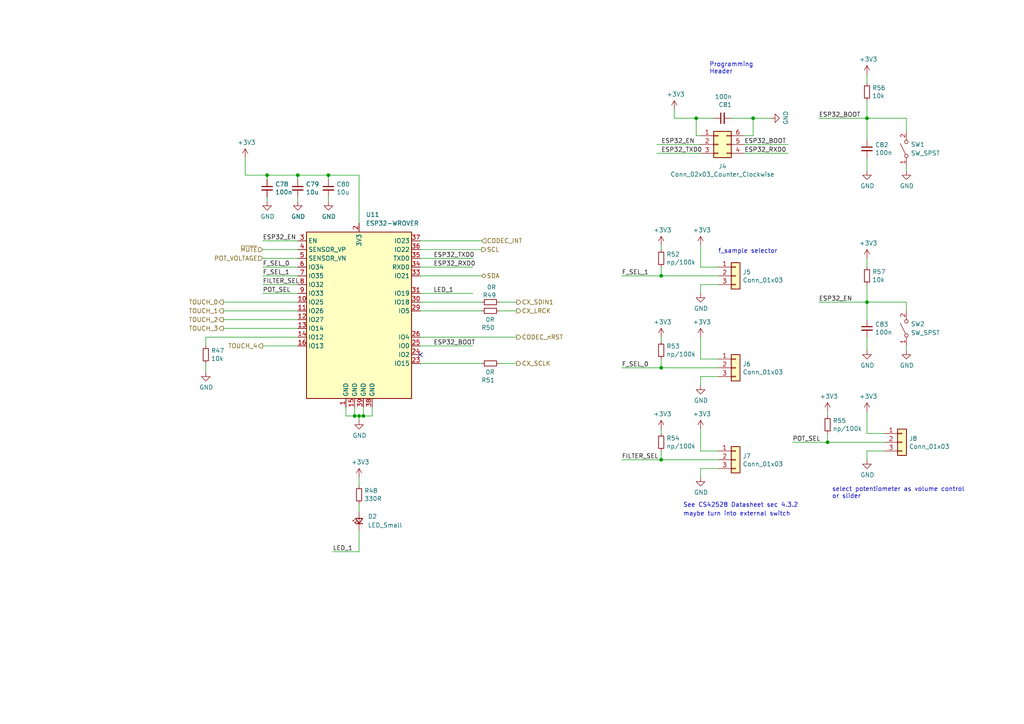
<source format=kicad_sch>
(kicad_sch (version 20230121) (generator eeschema)
  (paper "A4")
  (lib_symbols
    (symbol "Connector_Generic:Conn_01x03" (pin_names (offset 1.016) hide)
      (property "Reference" "J" (at 0 5.08 0))
      (property "Value" "Conn_01x03" (at 0 -5.08 0))
      (symbol "Conn_01x03_1_1"
        (rectangle (start -1.27 -2.413) (end 0 -2.667) (stroke (width 0.1524)))
        (rectangle (start -1.27 0.127) (end 0 -0.127) (stroke (width 0.1524)))
        (rectangle (start -1.27 2.667) (end 0 2.413) (stroke (width 0.1524)))
        (rectangle (start -1.27 3.81) (end 1.27 -3.81) (stroke (width 0.254)) (fill (type background)))
        (pin passive line (at -5.08 2.54 0) (length 3.81) (name "Pin_1") (number "1"))
        (pin passive line (at -5.08 0 0) (length 3.81) (name "Pin_2") (number "2"))
        (pin passive line (at -5.08 -2.54 0) (length 3.81) (name "Pin_3") (number "3"))
      )
    )
    (symbol "Connector_Generic:Conn_02x03_Counter_Clockwise" (pin_names (offset 1.016) hide)
      (property "Reference" "J" (at 1.27 5.08 0))
      (property "Value" "Conn_02x03_Counter_Clockwise" (at 1.27 -5.08 0))
      (symbol "Conn_02x03_Counter_Clockwise_1_1"
        (rectangle (start -1.27 -2.413) (end 0 -2.667) (stroke (width 0.1524)))
        (rectangle (start -1.27 0.127) (end 0 -0.127) (stroke (width 0.1524)))
        (rectangle (start -1.27 2.667) (end 0 2.413) (stroke (width 0.1524)))
        (rectangle (start -1.27 3.81) (end 3.81 -3.81) (stroke (width 0.254)) (fill (type background)))
        (rectangle (start 3.81 -2.413) (end 2.54 -2.667) (stroke (width 0.1524)))
        (rectangle (start 3.81 0.127) (end 2.54 -0.127) (stroke (width 0.1524)))
        (rectangle (start 3.81 2.667) (end 2.54 2.413) (stroke (width 0.1524)))
        (pin passive line (at -5.08 2.54 0) (length 3.81) (name "Pin_1") (number "1"))
        (pin passive line (at -5.08 0 0) (length 3.81) (name "Pin_2") (number "2"))
        (pin passive line (at -5.08 -2.54 0) (length 3.81) (name "Pin_3") (number "3"))
        (pin passive line (at 7.62 -2.54 180) (length 3.81) (name "Pin_4") (number "4"))
        (pin passive line (at 7.62 0 180) (length 3.81) (name "Pin_5") (number "5"))
        (pin passive line (at 7.62 2.54 180) (length 3.81) (name "Pin_6") (number "6"))
      )
    )
    (symbol "Device:C_Small" (pin_numbers hide) (pin_names (offset 0.254) hide)
      (property "Reference" "C" (at 0.254 1.778 0))
      (property "Value" "C_Small" (at 0.254 -2.032 0))
      (symbol "C_Small_0_1"
        (polyline (pts (xy -1.524 -0.508) (xy 1.524 -0.508)) (stroke (width 0.3302)))
        (polyline (pts (xy -1.524 0.508) (xy 1.524 0.508)) (stroke (width 0.3048)))
      )
      (symbol "C_Small_1_1"
        (pin passive line (at 0 2.54 270) (length 2.032) (name "~") (number "1"))
        (pin passive line (at 0 -2.54 90) (length 2.032) (name "~") (number "2"))
      )
    )
    (symbol "Device:LED_Small" (pin_numbers hide) (pin_names (offset 0.254) hide)
      (property "Reference" "D" (at -1.27 3.175 0))
      (property "Value" "LED_Small" (at -4.445 -2.54 0))
      (symbol "LED_Small_0_1"
        (polyline (pts (xy -0.762 -1.016) (xy -0.762 1.016)) (stroke (width 0.254)))
        (polyline (pts (xy 1.016 0) (xy -0.762 0)))
        (polyline (pts (xy 0.762 -1.016) (xy -0.762 0) (xy 0.762 1.016) (xy 0.762 -1.016)) (stroke (width 0.254)))
        (polyline (pts (xy 0 0.762) (xy -0.508 1.27) (xy -0.254 1.27) (xy -0.508 1.27) (xy -0.508 1.016)))
        (polyline (pts (xy 0.508 1.27) (xy 0 1.778) (xy 0.254 1.778) (xy 0 1.778) (xy 0 1.524)))
      )
      (symbol "LED_Small_1_1"
        (pin passive line (at -2.54 0 0) (length 1.778) (name "K") (number "1"))
        (pin passive line (at 2.54 0 180) (length 1.778) (name "A") (number "2"))
      )
    )
    (symbol "Device:R_Small" (pin_numbers hide) (pin_names (offset 0.254) hide)
      (property "Reference" "R" (at 0.762 0.508 0))
      (property "Value" "R_Small" (at 0.762 -1.016 0))
      (symbol "R_Small_0_1"
        (rectangle (start -0.762 1.778) (end 0.762 -1.778) (stroke (width 0.2032)))
      )
      (symbol "R_Small_1_1"
        (pin passive line (at 0 2.54 270) (length 0.762) (name "~") (number "1"))
        (pin passive line (at 0 -2.54 90) (length 0.762) (name "~") (number "2"))
      )
    )
    (symbol "LNIC_MCU:ESP32-WROVER"
      (property "Reference" "U" (at -13.97 25.4 0))
      (property "Value" "ESP32-WROVER" (at 11.43 25.4 0))
      (symbol "ESP32-WROVER_1_1"
        (rectangle (start -15.24 24.13) (end 15.24 -24.13) (stroke (width 0.254)) (fill (type background)))
        (pin power_in line (at -3.81 -26.67 90) (length 2.54) (name "GND") (number "1"))
        (pin bidirectional line (at -17.78 3.81 0) (length 2.54) (name "IO25") (number "10"))
        (pin bidirectional line (at -17.78 1.27 0) (length 2.54) (name "IO26") (number "11"))
        (pin bidirectional line (at -17.78 -1.27 0) (length 2.54) (name "IO27") (number "12"))
        (pin bidirectional line (at -17.78 -3.81 0) (length 2.54) (name "IO14") (number "13"))
        (pin bidirectional line (at -17.78 -6.35 0) (length 2.54) (name "IO12") (number "14"))
        (pin power_in line (at -1.27 -26.67 90) (length 2.54) (name "GND") (number "15"))
        (pin bidirectional line (at -17.78 -8.89 0) (length 2.54) (name "IO13") (number "16"))
        (pin no_connect line (at -15.24 -11.43 0) (length 2.54) hide (name "NC") (number "17"))
        (pin no_connect line (at -15.24 -13.97 0) (length 2.54) hide (name "NC") (number "18"))
        (pin no_connect line (at -15.24 -16.51 0) (length 2.54) hide (name "NC") (number "19"))
        (pin power_in line (at 0 26.67 270) (length 2.54) (name "3V3") (number "2"))
        (pin no_connect line (at 15.24 -21.59 180) (length 2.54) hide (name "NC") (number "20"))
        (pin no_connect line (at 15.24 -19.05 180) (length 2.54) hide (name "NC") (number "21"))
        (pin no_connect line (at 15.24 -16.51 180) (length 2.54) hide (name "NC") (number "22"))
        (pin bidirectional line (at 17.78 -13.97 180) (length 2.54) (name "IO15") (number "23"))
        (pin bidirectional line (at 17.78 -11.43 180) (length 2.54) (name "IO2") (number "24"))
        (pin bidirectional line (at 17.78 -8.89 180) (length 2.54) (name "IO0") (number "25"))
        (pin bidirectional line (at 17.78 -6.35 180) (length 2.54) (name "IO4") (number "26"))
        (pin no_connect line (at 15.24 -3.81 180) (length 2.54) hide (name "NC") (number "27"))
        (pin no_connect line (at 15.24 -1.27 180) (length 2.54) hide (name "NC") (number "28"))
        (pin bidirectional line (at 17.78 1.27 180) (length 2.54) (name "IO5") (number "29"))
        (pin input line (at -17.78 21.59 0) (length 2.54) (name "EN") (number "3"))
        (pin bidirectional line (at 17.78 3.81 180) (length 2.54) (name "IO18") (number "30"))
        (pin bidirectional line (at 17.78 6.35 180) (length 2.54) (name "IO19") (number "31"))
        (pin no_connect line (at 15.24 8.89 180) (length 2.54) hide (name "NC") (number "32"))
        (pin bidirectional line (at 17.78 11.43 180) (length 2.54) (name "IO21") (number "33"))
        (pin bidirectional line (at 17.78 13.97 180) (length 2.54) (name "RXD0") (number "34"))
        (pin bidirectional line (at 17.78 16.51 180) (length 2.54) (name "TXD0") (number "35"))
        (pin bidirectional line (at 17.78 19.05 180) (length 2.54) (name "IO22") (number "36"))
        (pin bidirectional line (at 17.78 21.59 180) (length 2.54) (name "IO23") (number "37"))
        (pin power_in line (at 3.81 -26.67 90) (length 2.54) (name "GND") (number "38"))
        (pin power_in line (at 1.27 -26.67 90) (length 2.54) (name "GND") (number "39"))
        (pin input line (at -17.78 19.05 0) (length 2.54) (name "SENSOR_VP") (number "4"))
        (pin input line (at -17.78 16.51 0) (length 2.54) (name "SENSOR_VN") (number "5"))
        (pin input line (at -17.78 13.97 0) (length 2.54) (name "IO34") (number "6"))
        (pin input line (at -17.78 11.43 0) (length 2.54) (name "IO35") (number "7"))
        (pin bidirectional line (at -17.78 8.89 0) (length 2.54) (name "IO32") (number "8"))
        (pin bidirectional line (at -17.78 6.35 0) (length 2.54) (name "IO33") (number "9"))
      )
    )
    (symbol "Switch:SW_SPST" (pin_names (offset 0) hide)
      (property "Reference" "SW" (at 0 3.175 0))
      (property "Value" "SW_SPST" (at 0 -2.54 0))
      (symbol "SW_SPST_0_0"
        (circle (center -2.032 0) (radius 0.508))
        (polyline (pts (xy -1.524 0.254) (xy 1.524 1.778)))
        (circle (center 2.032 0) (radius 0.508))
      )
      (symbol "SW_SPST_1_1"
        (pin passive line (at -5.08 0 0) (length 2.54) (name "A") (number "1"))
        (pin passive line (at 5.08 0 180) (length 2.54) (name "B") (number "2"))
      )
    )
    (symbol "power:+3V3" (power) (pin_names (offset 0))
      (property "Value" "+3V3" (at 0 3.556 0))
      (symbol "+3V3_0_1"
        (polyline (pts (xy -0.762 1.27) (xy 0 2.54)))
        (polyline (pts (xy 0 0) (xy 0 2.54)))
        (polyline (pts (xy 0 2.54) (xy 0.762 1.27)))
      )
      (symbol "+3V3_1_1"
        (pin power_in line (at 0 0 90) (length 0) hide (name "+3V3") (number "1"))
      )
    )
    (symbol "power:GND" (power) (pin_names (offset 0))
      (property "Value" "GND" (at 0 -3.81 0))
      (symbol "GND_0_1"
        (polyline (pts (xy 0 0) (xy 0 -1.27) (xy 1.27 -1.27) (xy 0 -2.54) (xy -1.27 -1.27) (xy 0 -1.27)))
      )
      (symbol "GND_1_1"
        (pin power_in line (at 0 0 270) (length 0) hide (name "GND") (number "1"))
      )
    )
  )
  (junction (at 218.44 34.29))
  (junction (at 104.14 120.65))
  (junction (at 201.93 34.29))
  (junction (at 240.03 128.27))
  (junction (at 102.87 120.65))
  (junction (at 251.46 34.29))
  (junction (at 77.47 50.8))
  (junction (at 86.36 50.8))
  (junction (at 251.46 87.63))
  (junction (at 105.41 120.65))
  (junction (at 191.77 80.01))
  (junction (at 191.77 106.68))
  (junction (at 191.77 133.35))
  (junction (at 95.25 50.8))
  (no_connect (at 121.92 102.87))
  (wire (pts (xy 203.2 41.91) (xy 190.5 41.91)))
  (wire (pts (xy 251.46 130.81) (xy 251.46 133.35)))
  (wire (pts (xy 215.9 44.45) (xy 228.6 44.45)))
  (wire (pts (xy 208.28 77.47) (xy 203.2 77.47)))
  (wire (pts (xy 251.46 119.38) (xy 251.46 125.73)))
  (wire (pts (xy 144.78 87.63) (xy 149.86 87.63)))
  (wire (pts (xy 262.89 49.53) (xy 262.89 48.26)))
  (wire (pts (xy 76.2 69.85) (xy 86.36 69.85)))
  (wire (pts (xy 201.93 34.29) (xy 201.93 39.37)))
  (wire (pts (xy 180.34 133.35) (xy 191.77 133.35)))
  (wire (pts (xy 203.2 82.55) (xy 203.2 85.09)))
  (wire (pts (xy 64.77 95.25) (xy 86.36 95.25)))
  (wire (pts (xy 76.2 85.09) (xy 86.36 85.09)))
  (wire (pts (xy 262.89 87.63) (xy 251.46 87.63)))
  (wire (pts (xy 121.92 69.85) (xy 139.7 69.85)))
  (wire (pts (xy 262.89 34.29) (xy 251.46 34.29)))
  (wire (pts (xy 251.46 82.55) (xy 251.46 87.63)))
  (wire (pts (xy 240.03 128.27) (xy 256.54 128.27)))
  (wire (pts (xy 180.34 106.68) (xy 191.77 106.68)))
  (wire (pts (xy 121.92 87.63) (xy 139.7 87.63)))
  (wire (pts (xy 76.2 77.47) (xy 86.36 77.47)))
  (wire (pts (xy 251.46 87.63) (xy 251.46 92.71)))
  (wire (pts (xy 121.92 77.47) (xy 137.16 77.47)))
  (wire (pts (xy 208.28 135.89) (xy 203.2 135.89)))
  (wire (pts (xy 121.92 100.33) (xy 137.16 100.33)))
  (wire (pts (xy 71.12 50.8) (xy 71.12 45.72)))
  (wire (pts (xy 77.47 58.42) (xy 77.47 57.15)))
  (wire (pts (xy 104.14 146.05) (xy 104.14 148.59)))
  (wire (pts (xy 191.77 104.14) (xy 191.77 106.68)))
  (wire (pts (xy 59.69 105.41) (xy 59.69 107.95)))
  (wire (pts (xy 208.28 82.55) (xy 203.2 82.55)))
  (wire (pts (xy 262.89 100.33) (xy 262.89 101.6)))
  (wire (pts (xy 191.77 106.68) (xy 208.28 106.68)))
  (wire (pts (xy 203.2 109.22) (xy 203.2 111.76)))
  (wire (pts (xy 64.77 90.17) (xy 86.36 90.17)))
  (wire (pts (xy 208.28 104.14) (xy 203.2 104.14)))
  (wire (pts (xy 102.87 120.65) (xy 100.33 120.65)))
  (wire (pts (xy 96.52 160.02) (xy 104.14 160.02)))
  (wire (pts (xy 86.36 50.8) (xy 95.25 50.8)))
  (wire (pts (xy 105.41 120.65) (xy 105.41 118.11)))
  (wire (pts (xy 59.69 97.79) (xy 59.69 100.33)))
  (wire (pts (xy 251.46 34.29) (xy 251.46 40.64)))
  (wire (pts (xy 144.78 90.17) (xy 149.86 90.17)))
  (wire (pts (xy 95.25 58.42) (xy 95.25 57.15)))
  (wire (pts (xy 100.33 120.65) (xy 100.33 118.11)))
  (wire (pts (xy 104.14 121.92) (xy 104.14 120.65)))
  (wire (pts (xy 121.92 74.93) (xy 137.16 74.93)))
  (wire (pts (xy 191.77 130.81) (xy 191.77 133.35)))
  (wire (pts (xy 86.36 97.79) (xy 59.69 97.79)))
  (wire (pts (xy 104.14 120.65) (xy 102.87 120.65)))
  (wire (pts (xy 256.54 125.73) (xy 251.46 125.73)))
  (wire (pts (xy 191.77 97.79) (xy 191.77 99.06)))
  (wire (pts (xy 180.34 80.01) (xy 191.77 80.01)))
  (wire (pts (xy 218.44 34.29) (xy 218.44 39.37)))
  (wire (pts (xy 195.58 34.29) (xy 201.93 34.29)))
  (wire (pts (xy 104.14 64.77) (xy 104.14 50.8)))
  (wire (pts (xy 237.49 34.29) (xy 251.46 34.29)))
  (wire (pts (xy 104.14 138.43) (xy 104.14 140.97)))
  (wire (pts (xy 262.89 34.29) (xy 262.89 38.1)))
  (wire (pts (xy 102.87 120.65) (xy 102.87 118.11)))
  (wire (pts (xy 64.77 87.63) (xy 86.36 87.63)))
  (wire (pts (xy 76.2 80.01) (xy 86.36 80.01)))
  (wire (pts (xy 212.09 34.29) (xy 218.44 34.29)))
  (wire (pts (xy 201.93 39.37) (xy 203.2 39.37)))
  (wire (pts (xy 86.36 58.42) (xy 86.36 57.15)))
  (wire (pts (xy 237.49 87.63) (xy 251.46 87.63)))
  (wire (pts (xy 71.12 50.8) (xy 77.47 50.8)))
  (wire (pts (xy 121.92 90.17) (xy 139.7 90.17)))
  (wire (pts (xy 190.5 44.45) (xy 203.2 44.45)))
  (wire (pts (xy 76.2 74.93) (xy 86.36 74.93)))
  (wire (pts (xy 121.92 85.09) (xy 137.16 85.09)))
  (wire (pts (xy 218.44 39.37) (xy 215.9 39.37)))
  (wire (pts (xy 121.92 97.79) (xy 149.86 97.79)))
  (wire (pts (xy 121.92 80.01) (xy 139.7 80.01)))
  (wire (pts (xy 144.78 105.41) (xy 149.86 105.41)))
  (wire (pts (xy 77.47 50.8) (xy 86.36 50.8)))
  (wire (pts (xy 121.92 105.41) (xy 139.7 105.41)))
  (wire (pts (xy 203.2 124.46) (xy 203.2 130.81)))
  (wire (pts (xy 251.46 45.72) (xy 251.46 49.53)))
  (wire (pts (xy 262.89 90.17) (xy 262.89 87.63)))
  (wire (pts (xy 256.54 130.81) (xy 251.46 130.81)))
  (wire (pts (xy 251.46 101.6) (xy 251.46 97.79)))
  (wire (pts (xy 240.03 125.73) (xy 240.03 128.27)))
  (wire (pts (xy 105.41 120.65) (xy 107.95 120.65)))
  (wire (pts (xy 203.2 135.89) (xy 203.2 138.43)))
  (wire (pts (xy 203.2 77.47) (xy 203.2 71.12)))
  (wire (pts (xy 191.77 80.01) (xy 208.28 80.01)))
  (wire (pts (xy 251.46 74.93) (xy 251.46 77.47)))
  (wire (pts (xy 208.28 130.81) (xy 203.2 130.81)))
  (wire (pts (xy 95.25 52.07) (xy 95.25 50.8)))
  (wire (pts (xy 76.2 82.55) (xy 86.36 82.55)))
  (wire (pts (xy 251.46 21.59) (xy 251.46 24.13)))
  (wire (pts (xy 229.87 128.27) (xy 240.03 128.27)))
  (wire (pts (xy 240.03 119.38) (xy 240.03 120.65)))
  (wire (pts (xy 104.14 50.8) (xy 95.25 50.8)))
  (wire (pts (xy 203.2 97.79) (xy 203.2 104.14)))
  (wire (pts (xy 86.36 52.07) (xy 86.36 50.8)))
  (wire (pts (xy 76.2 100.33) (xy 86.36 100.33)))
  (wire (pts (xy 191.77 124.46) (xy 191.77 125.73)))
  (wire (pts (xy 64.77 92.71) (xy 86.36 92.71)))
  (wire (pts (xy 104.14 153.67) (xy 104.14 160.02)))
  (wire (pts (xy 251.46 29.21) (xy 251.46 34.29)))
  (wire (pts (xy 195.58 31.75) (xy 195.58 34.29)))
  (wire (pts (xy 76.2 72.39) (xy 86.36 72.39)))
  (wire (pts (xy 215.9 41.91) (xy 228.6 41.91)))
  (wire (pts (xy 104.14 120.65) (xy 105.41 120.65)))
  (wire (pts (xy 191.77 77.47) (xy 191.77 80.01)))
  (wire (pts (xy 121.92 72.39) (xy 139.7 72.39)))
  (wire (pts (xy 207.01 34.29) (xy 201.93 34.29)))
  (wire (pts (xy 191.77 71.12) (xy 191.77 72.39)))
  (wire (pts (xy 208.28 109.22) (xy 203.2 109.22)))
  (wire (pts (xy 223.52 34.29) (xy 218.44 34.29)))
  (wire (pts (xy 77.47 52.07) (xy 77.47 50.8)))
  (wire (pts (xy 191.77 133.35) (xy 208.28 133.35)))
  (wire (pts (xy 107.95 120.65) (xy 107.95 118.11)))
  (text "Programming\nHeader" (at 205.74 21.59 0) (effects (font (size 1.27 1.27)) (justify left bottom)))
  (text "f_sample selector" (at 208.28 73.66 0) (effects (font (size 1.27 1.27)) (justify left bottom)))
  (text "maybe turn into external switch" (at 198.12 149.86 0) (effects (font (size 1.27 1.27)) (justify left bottom)))
  (text "select potentiometer as volume control\nor slider" (at 241.3 144.78 0) (effects (font (size 1.27 1.27)) (justify left bottom)))
  (text "See CS42528 Datasheet sec 4.3.2" (at 198.12 147.32 0) (effects (font (size 1.27 1.27)) (justify left bottom)))
  (label "FILTER_SEL" (at 76.2 82.55 0))
  (label "ESP32_BOOT" (at 237.49 34.29 0))
  (label "POT_SEL" (at 76.2 85.09 0))
  (label "ESP32_EN" (at 237.49 87.63 0))
  (label "F_SEL_1" (at 76.2 80.01 0))
  (label "ESP32_TXD0" (at 125.73 74.93 0))
  (label "ESP32_BOOT" (at 215.9 41.91 0))
  (label "ESP32_BOOT" (at 125.73 100.33 0))
  (label "ESP32_RXD0" (at 215.9 44.45 0))
  (label "ESP32_TXD0" (at 191.77 44.45 0))
  (label "F_SEL_0" (at 180.34 106.68 0))
  (label "LED_1" (at 96.52 160.02 0))
  (label "F_SEL_1" (at 180.34 80.01 0))
  (label "LED_1" (at 125.73 85.09 0))
  (label "FILTER_SEL" (at 180.34 133.35 0))
  (label "F_SEL_0" (at 76.2 77.47 0))
  (label "ESP32_EN" (at 76.2 69.85 0))
  (label "POT_SEL" (at 229.87 128.27 0))
  (label "ESP32_RXD0" (at 125.73 77.47 0))
  (label "ESP32_EN" (at 191.77 41.91 0))
  (hierarchical_label "TOUCH_4" (shape output) (at 76.2 100.33 180))
  (hierarchical_label "TOUCH_2" (shape output) (at 64.77 92.71 180))
  (hierarchical_label "CX_SCLK" (shape output) (at 149.86 105.41 0))
  (hierarchical_label "SCL" (shape output) (at 139.7 72.39 0))
  (hierarchical_label "TOUCH_0" (shape output) (at 64.77 87.63 180))
  (hierarchical_label "SDA" (shape bidirectional) (at 139.7 80.01 0))
  (hierarchical_label "TOUCH_1" (shape output) (at 64.77 90.17 180))
  (hierarchical_label "CODEC_INT" (shape input) (at 139.7 69.85 0))
  (hierarchical_label "TOUCH_3" (shape output) (at 64.77 95.25 180))
  (hierarchical_label "~{MUTE}" (shape input) (at 76.2 72.39 180))
  (hierarchical_label "CX_LRCK" (shape output) (at 149.86 90.17 0))
  (hierarchical_label "CX_SDIN1" (shape output) (at 149.86 87.63 0))
  (hierarchical_label "POT_VOLTAGE" (shape input) (at 76.2 74.93 180))
  (hierarchical_label "CODEC_nRST" (shape output) (at 149.86 97.79 0))
  (symbol (lib_id "Connector_Generic:Conn_02x03_Counter_Clockwise") (at 208.28 41.91 0) (unit 1)
    (property "Reference" "J4" (at 209.55 48.26 0))
    (property "Value" "Conn_02x03_Counter_Clockwise" (at 209.55 50.5714 0))
    (property "Footprint" "Connector_PinHeader_2.54mm:PinHeader_2x03_P2.54mm_Vertical" (effects hide))
  )
  (symbol (lib_id "power:+3V3") (at 195.58 31.75 0) (unit 1)
    (property "Reference" "#PWR0116" (effects hide))
    (property "Value" "+3V3" (at 195.961 27.3558 0))
  )
  (symbol (lib_id "power:GND") (at 223.52 34.29 90) (unit 1)
    (property "Reference" "#PWR0123" (effects hide))
    (property "Value" "GND" (at 227.9142 34.163 0))
  )
  (symbol (lib_id "Connector_Generic:Conn_01x03") (at 213.36 80.01 0) (unit 1)
    (property "Reference" "J5" (at 215.392 78.9432 0) (effects (justify left)))
    (property "Value" "Conn_01x03" (at 215.392 81.2546 0) (effects (justify left)))
    (property "Footprint" "Connector_PinHeader_2.54mm:PinHeader_1x03_P2.54mm_Vertical" (effects hide))
  )
  (symbol (lib_id "Connector_Generic:Conn_01x03") (at 213.36 106.68 0) (unit 1)
    (property "Reference" "J6" (at 215.392 105.6132 0) (effects (justify left)))
    (property "Value" "Conn_01x03" (at 215.392 107.9246 0) (effects (justify left)))
    (property "Footprint" "Connector_PinHeader_2.54mm:PinHeader_1x03_P2.54mm_Vertical" (effects hide))
  )
  (symbol (lib_id "power:+3V3") (at 203.2 71.12 0) (unit 1)
    (property "Reference" "#PWR0117" (effects hide))
    (property "Value" "+3V3" (at 203.581 66.7258 0))
  )
  (symbol (lib_id "power:+3V3") (at 203.2 97.79 0) (unit 1)
    (property "Reference" "#PWR0119" (effects hide))
    (property "Value" "+3V3" (at 203.581 93.3958 0))
  )
  (symbol (lib_id "power:GND") (at 203.2 85.09 0) (unit 1)
    (property "Reference" "#PWR0118" (effects hide))
    (property "Value" "GND" (at 203.327 89.4842 0))
  )
  (symbol (lib_id "power:GND") (at 203.2 111.76 0) (unit 1)
    (property "Reference" "#PWR0120" (effects hide))
    (property "Value" "GND" (at 203.327 116.1542 0))
  )
  (symbol (lib_id "Device:C_Small") (at 77.47 54.61 0) (unit 1)
    (property "Reference" "C78" (at 79.8068 53.4416 0) (effects (justify left)))
    (property "Value" "100n" (at 79.8068 55.753 0) (effects (justify left)))
    (property "Footprint" "Capacitor_SMD:C_0603_1608Metric" (effects hide))
  )
  (symbol (lib_id "power:GND") (at 86.36 58.42 0) (unit 1)
    (property "Reference" "#PWR0109" (effects hide))
    (property "Value" "GND" (at 86.487 62.8142 0))
  )
  (symbol (lib_id "power:GND") (at 95.25 58.42 0) (unit 1)
    (property "Reference" "#PWR0110" (effects hide))
    (property "Value" "GND" (at 95.377 62.8142 0))
  )
  (symbol (lib_id "Device:R_Small") (at 251.46 80.01 0) (unit 1)
    (property "Reference" "R57" (at 252.9586 78.8416 0) (effects (justify left)))
    (property "Value" "10k" (at 252.9586 81.153 0) (effects (justify left)))
    (property "Footprint" "Resistor_SMD:R_0603_1608Metric" (effects hide))
  )
  (symbol (lib_id "power:+3V3") (at 191.77 124.46 0) (unit 1)
    (property "Reference" "#PWR0115" (effects hide))
    (property "Value" "+3V3" (at 192.151 120.0658 0))
  )
  (symbol (lib_id "power:GND") (at 59.69 107.95 0) (unit 1)
    (property "Reference" "#PWR0106" (effects hide))
    (property "Value" "GND" (at 59.817 112.3442 0))
  )
  (symbol (lib_id "power:GND") (at 251.46 101.6 0) (unit 1)
    (property "Reference" "#PWR0128" (effects hide))
    (property "Value" "GND" (at 251.587 105.9942 0))
  )
  (symbol (lib_id "Device:R_Small") (at 240.03 123.19 0) (unit 1)
    (property "Reference" "R55" (at 241.5286 122.0216 0) (effects (justify left)))
    (property "Value" "np/100k" (at 241.5286 124.333 0) (effects (justify left)))
    (property "Footprint" "Resistor_SMD:R_0603_1608Metric" (effects hide))
  )
  (symbol (lib_id "Device:R_Small") (at 142.24 87.63 90) (unit 1)
    (property "Reference" "R49" (at 143.9164 85.6234 90) (effects (justify left)))
    (property "Value" "0R" (at 143.9164 83.312 90) (effects (justify left)))
    (property "Footprint" "Resistor_SMD:R_0603_1608Metric" (effects hide))
  )
  (symbol (lib_id "power:+3V3") (at 240.03 119.38 0) (unit 1)
    (property "Reference" "#PWR0124" (effects hide))
    (property "Value" "+3V3" (at 240.411 114.9858 0))
  )
  (symbol (lib_id "power:GND") (at 251.46 49.53 0) (unit 1)
    (property "Reference" "#PWR0126" (effects hide))
    (property "Value" "GND" (at 251.587 53.9242 0))
  )
  (symbol (lib_id "Device:C_Small") (at 209.55 34.29 90) (unit 1)
    (property "Reference" "C81" (at 212.2932 30.3784 90) (effects (justify left)))
    (property "Value" "100n" (at 212.2932 28.067 90) (effects (justify left)))
    (property "Footprint" "Capacitor_SMD:C_0603_1608Metric" (effects hide))
  )
  (symbol (lib_id "power:GND") (at 77.47 58.42 0) (unit 1)
    (property "Reference" "#PWR0108" (effects hide))
    (property "Value" "GND" (at 77.597 62.8142 0))
  )
  (symbol (lib_id "power:GND") (at 251.46 133.35 0) (unit 1)
    (property "Reference" "#PWR0130" (effects hide))
    (property "Value" "GND" (at 251.587 137.7442 0))
  )
  (symbol (lib_id "power:GND") (at 203.2 138.43 0) (unit 1)
    (property "Reference" "#PWR0122" (effects hide))
    (property "Value" "GND" (at 203.327 142.8242 0))
  )
  (symbol (lib_id "Switch:SW_SPST") (at 262.89 95.25 90) (unit 1)
    (property "Reference" "SW2" (at 264.16 93.98 90) (effects (justify right)))
    (property "Value" "SW_SPST" (at 264.16 96.52 90) (effects (justify right)))
    (property "Footprint" "Button_Switch_THT:SW_PUSH_6mm" (effects hide))
  )
  (symbol (lib_id "Device:R_Small") (at 142.24 90.17 90) (unit 1)
    (property "Reference" "R50" (at 143.51 95.0214 90) (effects (justify left)))
    (property "Value" "0R" (at 143.51 92.71 90) (effects (justify left)))
    (property "Footprint" "Resistor_SMD:R_0603_1608Metric" (effects hide))
  )
  (symbol (lib_id "Device:R_Small") (at 191.77 101.6 0) (unit 1)
    (property "Reference" "R53" (at 193.2686 100.4316 0) (effects (justify left)))
    (property "Value" "np/100k" (at 193.2686 102.743 0) (effects (justify left)))
    (property "Footprint" "Resistor_SMD:R_0603_1608Metric" (effects hide))
  )
  (symbol (lib_id "Device:R_Small") (at 191.77 74.93 0) (unit 1)
    (property "Reference" "R52" (at 193.2686 73.7616 0) (effects (justify left)))
    (property "Value" "np/100k" (at 193.2686 76.073 0) (effects (justify left)))
    (property "Footprint" "Resistor_SMD:R_0603_1608Metric" (effects hide))
  )
  (symbol (lib_id "Device:R_Small") (at 59.69 102.87 0) (unit 1)
    (property "Reference" "R47" (at 61.1886 101.7016 0) (effects (justify left)))
    (property "Value" "10k" (at 61.1886 104.013 0) (effects (justify left)))
    (property "Footprint" "Resistor_SMD:R_0603_1608Metric" (effects hide))
  )
  (symbol (lib_id "Switch:SW_SPST") (at 262.89 43.18 90) (unit 1)
    (property "Reference" "SW1" (at 264.16 41.91 90) (effects (justify right)))
    (property "Value" "SW_SPST" (at 264.16 44.45 90) (effects (justify right)))
    (property "Footprint" "Button_Switch_THT:SW_PUSH_6mm" (effects hide))
  )
  (symbol (lib_id "Connector_Generic:Conn_01x03") (at 213.36 133.35 0) (unit 1)
    (property "Reference" "J7" (at 215.392 132.2832 0) (effects (justify left)))
    (property "Value" "Conn_01x03" (at 215.392 134.5946 0) (effects (justify left)))
    (property "Footprint" "Connector_PinHeader_2.54mm:PinHeader_1x03_P2.54mm_Vertical" (effects hide))
  )
  (symbol (lib_id "power:+3V3") (at 251.46 74.93 0) (unit 1)
    (property "Reference" "#PWR0127" (effects hide))
    (property "Value" "+3V3" (at 251.841 70.5358 0))
  )
  (symbol (lib_id "Device:C_Small") (at 251.46 95.25 0) (unit 1)
    (property "Reference" "C83" (at 253.7968 94.0816 0) (effects (justify left)))
    (property "Value" "100n" (at 253.7968 96.393 0) (effects (justify left)))
    (property "Footprint" "Capacitor_SMD:C_0603_1608Metric" (effects hide))
  )
  (symbol (lib_id "Device:C_Small") (at 251.46 43.18 0) (unit 1)
    (property "Reference" "C82" (at 253.7968 42.0116 0) (effects (justify left)))
    (property "Value" "100n" (at 253.7968 44.323 0) (effects (justify left)))
    (property "Footprint" "Capacitor_SMD:C_0603_1608Metric" (effects hide))
  )
  (symbol (lib_id "power:+3V3") (at 104.14 138.43 0) (unit 1)
    (property "Reference" "#PWR0112" (effects hide))
    (property "Value" "+3V3" (at 104.521 134.0358 0))
  )
  (symbol (lib_id "power:+3V3") (at 251.46 21.59 0) (unit 1)
    (property "Reference" "#PWR0125" (effects hide))
    (property "Value" "+3V3" (at 251.841 17.1958 0))
  )
  (symbol (lib_id "Device:R_Small") (at 104.14 143.51 0) (unit 1)
    (property "Reference" "R48" (at 105.6386 142.3416 0) (effects (justify left)))
    (property "Value" "330R" (at 105.6386 144.653 0) (effects (justify left)))
    (property "Footprint" "Resistor_SMD:R_0603_1608Metric" (effects hide))
  )
  (symbol (lib_id "Device:R_Small") (at 251.46 26.67 0) (unit 1)
    (property "Reference" "R56" (at 252.9586 25.5016 0) (effects (justify left)))
    (property "Value" "10k" (at 252.9586 27.813 0) (effects (justify left)))
    (property "Footprint" "Resistor_SMD:R_0603_1608Metric" (effects hide))
  )
  (symbol (lib_id "power:+3V3") (at 203.2 124.46 0) (unit 1)
    (property "Reference" "#PWR0121" (effects hide))
    (property "Value" "+3V3" (at 203.581 120.0658 0))
  )
  (symbol (lib_id "Device:LED_Small") (at 104.14 151.13 90) (unit 1)
    (property "Reference" "D2" (at 106.68 149.7965 90) (effects (justify right)))
    (property "Value" "LED_Small" (at 106.68 152.3365 90) (effects (justify right)))
    (property "Footprint" "LED_SMD:LED_0603_1608Metric" (effects hide))
  )
  (symbol (lib_id "LNIC_MCU:ESP32-WROVER") (at 104.14 91.44 0) (unit 1)
    (property "Reference" "U11" (at 106.0959 62.23 0) (effects (justify left)))
    (property "Value" "ESP32-WROVER" (at 106.0959 64.77 0) (effects (justify left)))
    (property "Footprint" "LNIC_MCU:ESP32_WROVER_no_thermal_via" (effects hide))
    (property "Datasheet" "https://www.espressif.com/sites/default/files/documentation/esp32-wrover-e_esp32-wrover-ie_datasheet_en.pdf" (effects hide))
  )
  (symbol (lib_id "Device:R_Small") (at 191.77 128.27 0) (unit 1)
    (property "Reference" "R54" (at 193.2686 127.1016 0) (effects (justify left)))
    (property "Value" "np/100k" (at 193.2686 129.413 0) (effects (justify left)))
    (property "Footprint" "Resistor_SMD:R_0603_1608Metric" (effects hide))
  )
  (symbol (lib_id "Device:C_Small") (at 95.25 54.61 0) (unit 1)
    (property "Reference" "C80" (at 97.5868 53.4416 0) (effects (justify left)))
    (property "Value" "10u" (at 97.5868 55.753 0) (effects (justify left)))
    (property "Footprint" "Capacitor_SMD:C_0603_1608Metric" (effects hide))
  )
  (symbol (lib_id "power:GND") (at 262.89 101.6 0) (unit 1)
    (property "Reference" "#PWR0132" (effects hide))
    (property "Value" "GND" (at 263.017 105.9942 0))
  )
  (symbol (lib_id "power:+3V3") (at 251.46 119.38 0) (unit 1)
    (property "Reference" "#PWR0129" (effects hide))
    (property "Value" "+3V3" (at 251.841 114.9858 0))
  )
  (symbol (lib_id "Device:C_Small") (at 86.36 54.61 0) (unit 1)
    (property "Reference" "C79" (at 88.6968 53.4416 0) (effects (justify left)))
    (property "Value" "10u" (at 88.6968 55.753 0) (effects (justify left)))
    (property "Footprint" "Capacitor_SMD:C_0603_1608Metric" (effects hide))
  )
  (symbol (lib_id "power:GND") (at 262.89 49.53 0) (unit 1)
    (property "Reference" "#PWR0131" (effects hide))
    (property "Value" "GND" (at 263.017 53.9242 0))
  )
  (symbol (lib_id "power:+3V3") (at 191.77 97.79 0) (unit 1)
    (property "Reference" "#PWR0114" (effects hide))
    (property "Value" "+3V3" (at 192.151 93.3958 0))
  )
  (symbol (lib_id "Connector_Generic:Conn_01x03") (at 261.62 128.27 0) (unit 1)
    (property "Reference" "J8" (at 263.652 127.2032 0) (effects (justify left)))
    (property "Value" "Conn_01x03" (at 263.652 129.5146 0) (effects (justify left)))
    (property "Footprint" "Connector_PinHeader_2.54mm:PinHeader_1x03_P2.54mm_Vertical" (effects hide))
  )
  (symbol (lib_id "power:GND") (at 104.14 121.92 0) (unit 1)
    (property "Reference" "#PWR0111" (effects hide))
    (property "Value" "GND" (at 104.267 126.3142 0))
  )
  (symbol (lib_id "power:+3V3") (at 191.77 71.12 0) (unit 1)
    (property "Reference" "#PWR0113" (effects hide))
    (property "Value" "+3V3" (at 192.151 66.7258 0))
  )
  (symbol (lib_id "power:+3V3") (at 71.12 45.72 0) (unit 1)
    (property "Reference" "#PWR0107" (effects hide))
    (property "Value" "+3V3" (at 71.501 41.3258 0))
  )
  (symbol (lib_id "Device:R_Small") (at 142.24 105.41 90) (unit 1)
    (property "Reference" "R51" (at 143.51 110.2614 90) (effects (justify left)))
    (property "Value" "0R" (at 143.51 107.95 90) (effects (justify left)))
    (property "Footprint" "Resistor_SMD:R_0603_1608Metric" (effects hide))
  )
)
</source>
